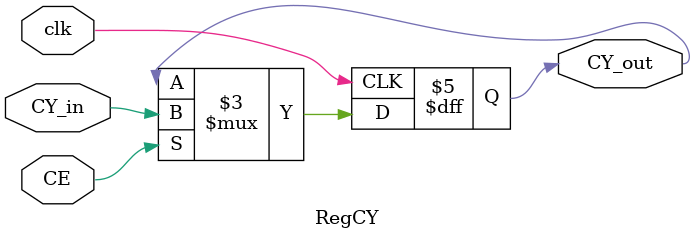
<source format=sv>
module RegCY(
input CE,
input CY_in,
input clk,

output logic CY_out
);

always @(posedge clk ) begin
    if(CE==1)
        CY_out <= CY_in;
end
endmodule
</source>
